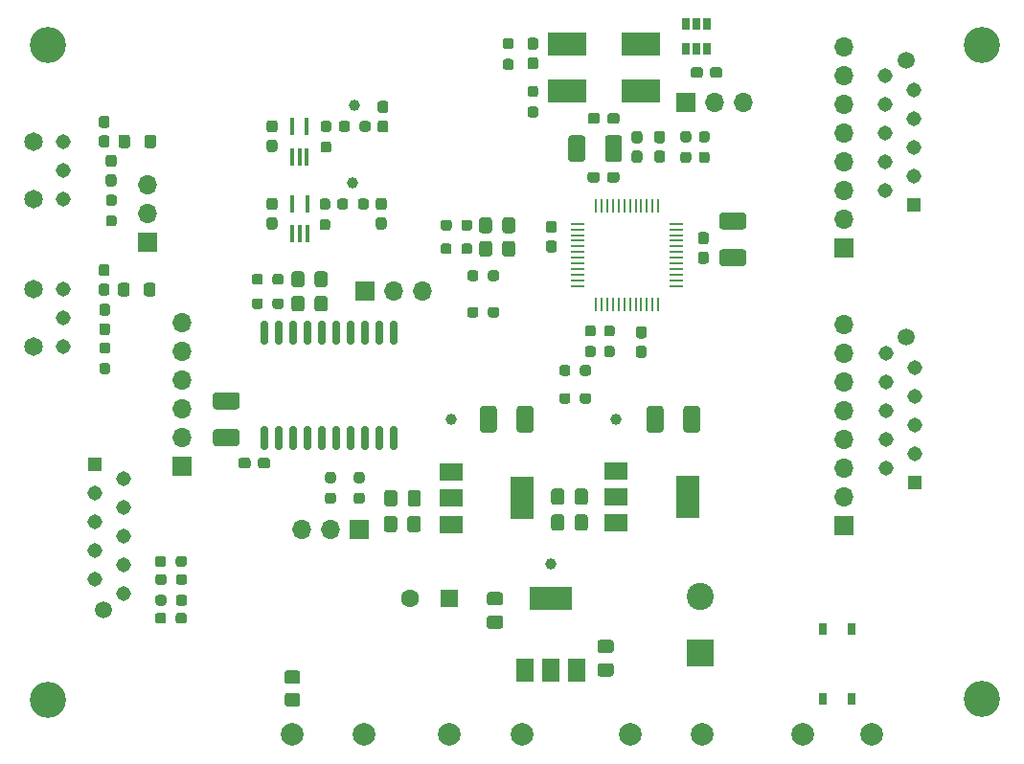
<source format=gbr>
G04 #@! TF.GenerationSoftware,KiCad,Pcbnew,(5.1.9-0-10_14)*
G04 #@! TF.CreationDate,2021-04-11T13:29:02+02:00*
G04 #@! TF.ProjectId,dac,6461632e-6b69-4636-9164-5f7063625858,rev?*
G04 #@! TF.SameCoordinates,Original*
G04 #@! TF.FileFunction,Soldermask,Top*
G04 #@! TF.FilePolarity,Negative*
%FSLAX46Y46*%
G04 Gerber Fmt 4.6, Leading zero omitted, Abs format (unit mm)*
G04 Created by KiCad (PCBNEW (5.1.9-0-10_14)) date 2021-04-11 13:29:02*
%MOMM*%
%LPD*%
G01*
G04 APERTURE LIST*
%ADD10C,1.308000*%
%ADD11C,1.650000*%
%ADD12C,1.000000*%
%ADD13O,1.700000X1.700000*%
%ADD14R,1.700000X1.700000*%
%ADD15R,0.400000X1.500000*%
%ADD16R,0.650000X1.060000*%
%ADD17C,2.000000*%
%ADD18R,1.308000X1.308000*%
%ADD19C,1.500000*%
%ADD20R,2.000000X1.500000*%
%ADD21R,2.000000X3.800000*%
%ADD22R,1.500000X2.000000*%
%ADD23R,3.800000X2.000000*%
%ADD24R,3.500000X2.000000*%
%ADD25C,1.600000*%
%ADD26R,1.600000X1.600000*%
%ADD27C,3.200000*%
%ADD28R,0.800000X1.000000*%
%ADD29C,2.400000*%
%ADD30R,2.400000X2.400000*%
%ADD31R,1.300000X0.250000*%
%ADD32R,0.250000X1.300000*%
G04 APERTURE END LIST*
D10*
X115025000Y-83185000D03*
X115025000Y-85725000D03*
X115025000Y-88265000D03*
D11*
X112395000Y-88265000D03*
X112395000Y-83185000D03*
D10*
X115025000Y-70104000D03*
X115025000Y-72644000D03*
X115025000Y-75184000D03*
D11*
X112395000Y-75184000D03*
X112395000Y-70104000D03*
G36*
G01*
X122120200Y-83560401D02*
X122120200Y-82860399D01*
G75*
G02*
X122370199Y-82610400I249999J0D01*
G01*
X122920201Y-82610400D01*
G75*
G02*
X123170200Y-82860399I0J-249999D01*
G01*
X123170200Y-83560401D01*
G75*
G02*
X122920201Y-83810400I-249999J0D01*
G01*
X122370199Y-83810400D01*
G75*
G02*
X122120200Y-83560401I0J249999D01*
G01*
G37*
G36*
G01*
X119820200Y-83560401D02*
X119820200Y-82860399D01*
G75*
G02*
X120070199Y-82610400I249999J0D01*
G01*
X120620201Y-82610400D01*
G75*
G02*
X120870200Y-82860399I0J-249999D01*
G01*
X120870200Y-83560401D01*
G75*
G02*
X120620201Y-83810400I-249999J0D01*
G01*
X120070199Y-83810400D01*
G75*
G02*
X119820200Y-83560401I0J249999D01*
G01*
G37*
G36*
G01*
X122171000Y-70454001D02*
X122171000Y-69753999D01*
G75*
G02*
X122420999Y-69504000I249999J0D01*
G01*
X122971001Y-69504000D01*
G75*
G02*
X123221000Y-69753999I0J-249999D01*
G01*
X123221000Y-70454001D01*
G75*
G02*
X122971001Y-70704000I-249999J0D01*
G01*
X122420999Y-70704000D01*
G75*
G02*
X122171000Y-70454001I0J249999D01*
G01*
G37*
G36*
G01*
X119871000Y-70454001D02*
X119871000Y-69753999D01*
G75*
G02*
X120120999Y-69504000I249999J0D01*
G01*
X120671001Y-69504000D01*
G75*
G02*
X120921000Y-69753999I0J-249999D01*
G01*
X120921000Y-70454001D01*
G75*
G02*
X120671001Y-70704000I-249999J0D01*
G01*
X120120999Y-70704000D01*
G75*
G02*
X119871000Y-70454001I0J249999D01*
G01*
G37*
G36*
G01*
X118431300Y-86178100D02*
X118906300Y-86178100D01*
G75*
G02*
X119143800Y-86415600I0J-237500D01*
G01*
X119143800Y-87015600D01*
G75*
G02*
X118906300Y-87253100I-237500J0D01*
G01*
X118431300Y-87253100D01*
G75*
G02*
X118193800Y-87015600I0J237500D01*
G01*
X118193800Y-86415600D01*
G75*
G02*
X118431300Y-86178100I237500J0D01*
G01*
G37*
G36*
G01*
X118431300Y-84453100D02*
X118906300Y-84453100D01*
G75*
G02*
X119143800Y-84690600I0J-237500D01*
G01*
X119143800Y-85290600D01*
G75*
G02*
X118906300Y-85528100I-237500J0D01*
G01*
X118431300Y-85528100D01*
G75*
G02*
X118193800Y-85290600I0J237500D01*
G01*
X118193800Y-84690600D01*
G75*
G02*
X118431300Y-84453100I237500J0D01*
G01*
G37*
G36*
G01*
X118990100Y-73018700D02*
X119465100Y-73018700D01*
G75*
G02*
X119702600Y-73256200I0J-237500D01*
G01*
X119702600Y-73856200D01*
G75*
G02*
X119465100Y-74093700I-237500J0D01*
G01*
X118990100Y-74093700D01*
G75*
G02*
X118752600Y-73856200I0J237500D01*
G01*
X118752600Y-73256200D01*
G75*
G02*
X118990100Y-73018700I237500J0D01*
G01*
G37*
G36*
G01*
X118990100Y-71293700D02*
X119465100Y-71293700D01*
G75*
G02*
X119702600Y-71531200I0J-237500D01*
G01*
X119702600Y-72131200D01*
G75*
G02*
X119465100Y-72368700I-237500J0D01*
G01*
X118990100Y-72368700D01*
G75*
G02*
X118752600Y-72131200I0J237500D01*
G01*
X118752600Y-71531200D01*
G75*
G02*
X118990100Y-71293700I237500J0D01*
G01*
G37*
D12*
X158115000Y-107505500D03*
G36*
G01*
X124122000Y-110443000D02*
X124122000Y-110918000D01*
G75*
G02*
X123884500Y-111155500I-237500J0D01*
G01*
X123384500Y-111155500D01*
G75*
G02*
X123147000Y-110918000I0J237500D01*
G01*
X123147000Y-110443000D01*
G75*
G02*
X123384500Y-110205500I237500J0D01*
G01*
X123884500Y-110205500D01*
G75*
G02*
X124122000Y-110443000I0J-237500D01*
G01*
G37*
G36*
G01*
X125947000Y-110443000D02*
X125947000Y-110918000D01*
G75*
G02*
X125709500Y-111155500I-237500J0D01*
G01*
X125209500Y-111155500D01*
G75*
G02*
X124972000Y-110918000I0J237500D01*
G01*
X124972000Y-110443000D01*
G75*
G02*
X125209500Y-110205500I237500J0D01*
G01*
X125709500Y-110205500D01*
G75*
G02*
X125947000Y-110443000I0J-237500D01*
G01*
G37*
G36*
G01*
X124948500Y-112505500D02*
X124948500Y-112030500D01*
G75*
G02*
X125186000Y-111793000I237500J0D01*
G01*
X125686000Y-111793000D01*
G75*
G02*
X125923500Y-112030500I0J-237500D01*
G01*
X125923500Y-112505500D01*
G75*
G02*
X125686000Y-112743000I-237500J0D01*
G01*
X125186000Y-112743000D01*
G75*
G02*
X124948500Y-112505500I0J237500D01*
G01*
G37*
G36*
G01*
X123123500Y-112505500D02*
X123123500Y-112030500D01*
G75*
G02*
X123361000Y-111793000I237500J0D01*
G01*
X123861000Y-111793000D01*
G75*
G02*
X124098500Y-112030500I0J-237500D01*
G01*
X124098500Y-112505500D01*
G75*
G02*
X123861000Y-112743000I-237500J0D01*
G01*
X123361000Y-112743000D01*
G75*
G02*
X123123500Y-112505500I0J237500D01*
G01*
G37*
G36*
G01*
X124098500Y-107014000D02*
X124098500Y-107489000D01*
G75*
G02*
X123861000Y-107726500I-237500J0D01*
G01*
X123361000Y-107726500D01*
G75*
G02*
X123123500Y-107489000I0J237500D01*
G01*
X123123500Y-107014000D01*
G75*
G02*
X123361000Y-106776500I237500J0D01*
G01*
X123861000Y-106776500D01*
G75*
G02*
X124098500Y-107014000I0J-237500D01*
G01*
G37*
G36*
G01*
X125923500Y-107014000D02*
X125923500Y-107489000D01*
G75*
G02*
X125686000Y-107726500I-237500J0D01*
G01*
X125186000Y-107726500D01*
G75*
G02*
X124948500Y-107489000I0J237500D01*
G01*
X124948500Y-107014000D01*
G75*
G02*
X125186000Y-106776500I237500J0D01*
G01*
X125686000Y-106776500D01*
G75*
G02*
X125923500Y-107014000I0J-237500D01*
G01*
G37*
G36*
G01*
X124972000Y-109076500D02*
X124972000Y-108601500D01*
G75*
G02*
X125209500Y-108364000I237500J0D01*
G01*
X125709500Y-108364000D01*
G75*
G02*
X125947000Y-108601500I0J-237500D01*
G01*
X125947000Y-109076500D01*
G75*
G02*
X125709500Y-109314000I-237500J0D01*
G01*
X125209500Y-109314000D01*
G75*
G02*
X124972000Y-109076500I0J237500D01*
G01*
G37*
G36*
G01*
X123147000Y-109076500D02*
X123147000Y-108601500D01*
G75*
G02*
X123384500Y-108364000I237500J0D01*
G01*
X123884500Y-108364000D01*
G75*
G02*
X124122000Y-108601500I0J-237500D01*
G01*
X124122000Y-109076500D01*
G75*
G02*
X123884500Y-109314000I-237500J0D01*
G01*
X123384500Y-109314000D01*
G75*
G02*
X123147000Y-109076500I0J237500D01*
G01*
G37*
G36*
G01*
X138383000Y-101176000D02*
X138858000Y-101176000D01*
G75*
G02*
X139095500Y-101413500I0J-237500D01*
G01*
X139095500Y-101913500D01*
G75*
G02*
X138858000Y-102151000I-237500J0D01*
G01*
X138383000Y-102151000D01*
G75*
G02*
X138145500Y-101913500I0J237500D01*
G01*
X138145500Y-101413500D01*
G75*
G02*
X138383000Y-101176000I237500J0D01*
G01*
G37*
G36*
G01*
X138383000Y-99351000D02*
X138858000Y-99351000D01*
G75*
G02*
X139095500Y-99588500I0J-237500D01*
G01*
X139095500Y-100088500D01*
G75*
G02*
X138858000Y-100326000I-237500J0D01*
G01*
X138383000Y-100326000D01*
G75*
G02*
X138145500Y-100088500I0J237500D01*
G01*
X138145500Y-99588500D01*
G75*
G02*
X138383000Y-99351000I237500J0D01*
G01*
G37*
G36*
G01*
X140923000Y-101176000D02*
X141398000Y-101176000D01*
G75*
G02*
X141635500Y-101413500I0J-237500D01*
G01*
X141635500Y-101913500D01*
G75*
G02*
X141398000Y-102151000I-237500J0D01*
G01*
X140923000Y-102151000D01*
G75*
G02*
X140685500Y-101913500I0J237500D01*
G01*
X140685500Y-101413500D01*
G75*
G02*
X140923000Y-101176000I237500J0D01*
G01*
G37*
G36*
G01*
X140923000Y-99351000D02*
X141398000Y-99351000D01*
G75*
G02*
X141635500Y-99588500I0J-237500D01*
G01*
X141635500Y-100088500D01*
G75*
G02*
X141398000Y-100326000I-237500J0D01*
G01*
X140923000Y-100326000D01*
G75*
G02*
X140685500Y-100088500I0J237500D01*
G01*
X140685500Y-99588500D01*
G75*
G02*
X140923000Y-99351000I237500J0D01*
G01*
G37*
D13*
X136080500Y-104394000D03*
X138620500Y-104394000D03*
D14*
X141160500Y-104394000D03*
G36*
G01*
X133497500Y-84692500D02*
X133497500Y-84217500D01*
G75*
G02*
X133735000Y-83980000I237500J0D01*
G01*
X134235000Y-83980000D01*
G75*
G02*
X134472500Y-84217500I0J-237500D01*
G01*
X134472500Y-84692500D01*
G75*
G02*
X134235000Y-84930000I-237500J0D01*
G01*
X133735000Y-84930000D01*
G75*
G02*
X133497500Y-84692500I0J237500D01*
G01*
G37*
G36*
G01*
X131672500Y-84692500D02*
X131672500Y-84217500D01*
G75*
G02*
X131910000Y-83980000I237500J0D01*
G01*
X132410000Y-83980000D01*
G75*
G02*
X132647500Y-84217500I0J-237500D01*
G01*
X132647500Y-84692500D01*
G75*
G02*
X132410000Y-84930000I-237500J0D01*
G01*
X131910000Y-84930000D01*
G75*
G02*
X131672500Y-84692500I0J237500D01*
G01*
G37*
G36*
G01*
X133497500Y-82533500D02*
X133497500Y-82058500D01*
G75*
G02*
X133735000Y-81821000I237500J0D01*
G01*
X134235000Y-81821000D01*
G75*
G02*
X134472500Y-82058500I0J-237500D01*
G01*
X134472500Y-82533500D01*
G75*
G02*
X134235000Y-82771000I-237500J0D01*
G01*
X133735000Y-82771000D01*
G75*
G02*
X133497500Y-82533500I0J237500D01*
G01*
G37*
G36*
G01*
X131672500Y-82533500D02*
X131672500Y-82058500D01*
G75*
G02*
X131910000Y-81821000I237500J0D01*
G01*
X132410000Y-81821000D01*
G75*
G02*
X132647500Y-82058500I0J-237500D01*
G01*
X132647500Y-82533500D01*
G75*
G02*
X132410000Y-82771000I-237500J0D01*
G01*
X131910000Y-82771000D01*
G75*
G02*
X131672500Y-82533500I0J237500D01*
G01*
G37*
G36*
G01*
X136320000Y-84004999D02*
X136320000Y-84905001D01*
G75*
G02*
X136070001Y-85155000I-249999J0D01*
G01*
X135419999Y-85155000D01*
G75*
G02*
X135170000Y-84905001I0J249999D01*
G01*
X135170000Y-84004999D01*
G75*
G02*
X135419999Y-83755000I249999J0D01*
G01*
X136070001Y-83755000D01*
G75*
G02*
X136320000Y-84004999I0J-249999D01*
G01*
G37*
G36*
G01*
X138370000Y-84004999D02*
X138370000Y-84905001D01*
G75*
G02*
X138120001Y-85155000I-249999J0D01*
G01*
X137469999Y-85155000D01*
G75*
G02*
X137220000Y-84905001I0J249999D01*
G01*
X137220000Y-84004999D01*
G75*
G02*
X137469999Y-83755000I249999J0D01*
G01*
X138120001Y-83755000D01*
G75*
G02*
X138370000Y-84004999I0J-249999D01*
G01*
G37*
G36*
G01*
X136320000Y-81845999D02*
X136320000Y-82746001D01*
G75*
G02*
X136070001Y-82996000I-249999J0D01*
G01*
X135419999Y-82996000D01*
G75*
G02*
X135170000Y-82746001I0J249999D01*
G01*
X135170000Y-81845999D01*
G75*
G02*
X135419999Y-81596000I249999J0D01*
G01*
X136070001Y-81596000D01*
G75*
G02*
X136320000Y-81845999I0J-249999D01*
G01*
G37*
G36*
G01*
X138370000Y-81845999D02*
X138370000Y-82746001D01*
G75*
G02*
X138120001Y-82996000I-249999J0D01*
G01*
X137469999Y-82996000D01*
G75*
G02*
X137220000Y-82746001I0J249999D01*
G01*
X137220000Y-81845999D01*
G75*
G02*
X137469999Y-81596000I249999J0D01*
G01*
X138120001Y-81596000D01*
G75*
G02*
X138370000Y-81845999I0J-249999D01*
G01*
G37*
G36*
G01*
X119490500Y-75798500D02*
X119015500Y-75798500D01*
G75*
G02*
X118778000Y-75561000I0J237500D01*
G01*
X118778000Y-75061000D01*
G75*
G02*
X119015500Y-74823500I237500J0D01*
G01*
X119490500Y-74823500D01*
G75*
G02*
X119728000Y-75061000I0J-237500D01*
G01*
X119728000Y-75561000D01*
G75*
G02*
X119490500Y-75798500I-237500J0D01*
G01*
G37*
G36*
G01*
X119490500Y-77623500D02*
X119015500Y-77623500D01*
G75*
G02*
X118778000Y-77386000I0J237500D01*
G01*
X118778000Y-76886000D01*
G75*
G02*
X119015500Y-76648500I237500J0D01*
G01*
X119490500Y-76648500D01*
G75*
G02*
X119728000Y-76886000I0J-237500D01*
G01*
X119728000Y-77386000D01*
G75*
G02*
X119490500Y-77623500I-237500J0D01*
G01*
G37*
G36*
G01*
X118444000Y-89706000D02*
X118919000Y-89706000D01*
G75*
G02*
X119156500Y-89943500I0J-237500D01*
G01*
X119156500Y-90443500D01*
G75*
G02*
X118919000Y-90681000I-237500J0D01*
G01*
X118444000Y-90681000D01*
G75*
G02*
X118206500Y-90443500I0J237500D01*
G01*
X118206500Y-89943500D01*
G75*
G02*
X118444000Y-89706000I237500J0D01*
G01*
G37*
G36*
G01*
X118444000Y-87881000D02*
X118919000Y-87881000D01*
G75*
G02*
X119156500Y-88118500I0J-237500D01*
G01*
X119156500Y-88618500D01*
G75*
G02*
X118919000Y-88856000I-237500J0D01*
G01*
X118444000Y-88856000D01*
G75*
G02*
X118206500Y-88618500I0J237500D01*
G01*
X118206500Y-88118500D01*
G75*
G02*
X118444000Y-87881000I237500J0D01*
G01*
G37*
G36*
G01*
X163089300Y-68309500D02*
X163089300Y-67834500D01*
G75*
G02*
X163326800Y-67597000I237500J0D01*
G01*
X163926800Y-67597000D01*
G75*
G02*
X164164300Y-67834500I0J-237500D01*
G01*
X164164300Y-68309500D01*
G75*
G02*
X163926800Y-68547000I-237500J0D01*
G01*
X163326800Y-68547000D01*
G75*
G02*
X163089300Y-68309500I0J237500D01*
G01*
G37*
G36*
G01*
X161364300Y-68309500D02*
X161364300Y-67834500D01*
G75*
G02*
X161601800Y-67597000I237500J0D01*
G01*
X162201800Y-67597000D01*
G75*
G02*
X162439300Y-67834500I0J-237500D01*
G01*
X162439300Y-68309500D01*
G75*
G02*
X162201800Y-68547000I-237500J0D01*
G01*
X161601800Y-68547000D01*
G75*
G02*
X161364300Y-68309500I0J237500D01*
G01*
G37*
D15*
X135255000Y-75635500D03*
X136555000Y-75635500D03*
X136555000Y-78295500D03*
X135905000Y-78295500D03*
X135255000Y-78295500D03*
X135240000Y-68790200D03*
X136540000Y-68790200D03*
X136540000Y-71450200D03*
X135890000Y-71450200D03*
X135240000Y-71450200D03*
G36*
G01*
X140339900Y-68545700D02*
X140339900Y-69020700D01*
G75*
G02*
X140102400Y-69258200I-237500J0D01*
G01*
X139602400Y-69258200D01*
G75*
G02*
X139364900Y-69020700I0J237500D01*
G01*
X139364900Y-68545700D01*
G75*
G02*
X139602400Y-68308200I237500J0D01*
G01*
X140102400Y-68308200D01*
G75*
G02*
X140339900Y-68545700I0J-237500D01*
G01*
G37*
G36*
G01*
X142164900Y-68545700D02*
X142164900Y-69020700D01*
G75*
G02*
X141927400Y-69258200I-237500J0D01*
G01*
X141427400Y-69258200D01*
G75*
G02*
X141189900Y-69020700I0J237500D01*
G01*
X141189900Y-68545700D01*
G75*
G02*
X141427400Y-68308200I237500J0D01*
G01*
X141927400Y-68308200D01*
G75*
G02*
X142164900Y-68545700I0J-237500D01*
G01*
G37*
G36*
G01*
X138362700Y-76132500D02*
X137887700Y-76132500D01*
G75*
G02*
X137650200Y-75895000I0J237500D01*
G01*
X137650200Y-75395000D01*
G75*
G02*
X137887700Y-75157500I237500J0D01*
G01*
X138362700Y-75157500D01*
G75*
G02*
X138600200Y-75395000I0J-237500D01*
G01*
X138600200Y-75895000D01*
G75*
G02*
X138362700Y-76132500I-237500J0D01*
G01*
G37*
G36*
G01*
X138362700Y-77957500D02*
X137887700Y-77957500D01*
G75*
G02*
X137650200Y-77720000I0J237500D01*
G01*
X137650200Y-77220000D01*
G75*
G02*
X137887700Y-76982500I237500J0D01*
G01*
X138362700Y-76982500D01*
G75*
G02*
X138600200Y-77220000I0J-237500D01*
G01*
X138600200Y-77720000D01*
G75*
G02*
X138362700Y-77957500I-237500J0D01*
G01*
G37*
G36*
G01*
X138464300Y-69270700D02*
X137989300Y-69270700D01*
G75*
G02*
X137751800Y-69033200I0J237500D01*
G01*
X137751800Y-68533200D01*
G75*
G02*
X137989300Y-68295700I237500J0D01*
G01*
X138464300Y-68295700D01*
G75*
G02*
X138701800Y-68533200I0J-237500D01*
G01*
X138701800Y-69033200D01*
G75*
G02*
X138464300Y-69270700I-237500J0D01*
G01*
G37*
G36*
G01*
X138464300Y-71095700D02*
X137989300Y-71095700D01*
G75*
G02*
X137751800Y-70858200I0J237500D01*
G01*
X137751800Y-70358200D01*
G75*
G02*
X137989300Y-70120700I237500J0D01*
G01*
X138464300Y-70120700D01*
G75*
G02*
X138701800Y-70358200I0J-237500D01*
G01*
X138701800Y-70858200D01*
G75*
G02*
X138464300Y-71095700I-237500J0D01*
G01*
G37*
G36*
G01*
X143341100Y-76178700D02*
X142866100Y-76178700D01*
G75*
G02*
X142628600Y-75941200I0J237500D01*
G01*
X142628600Y-75341200D01*
G75*
G02*
X142866100Y-75103700I237500J0D01*
G01*
X143341100Y-75103700D01*
G75*
G02*
X143578600Y-75341200I0J-237500D01*
G01*
X143578600Y-75941200D01*
G75*
G02*
X143341100Y-76178700I-237500J0D01*
G01*
G37*
G36*
G01*
X143341100Y-77903700D02*
X142866100Y-77903700D01*
G75*
G02*
X142628600Y-77666200I0J237500D01*
G01*
X142628600Y-77066200D01*
G75*
G02*
X142866100Y-76828700I237500J0D01*
G01*
X143341100Y-76828700D01*
G75*
G02*
X143578600Y-77066200I0J-237500D01*
G01*
X143578600Y-77666200D01*
G75*
G02*
X143341100Y-77903700I-237500J0D01*
G01*
G37*
G36*
G01*
X143018500Y-68245700D02*
X143493500Y-68245700D01*
G75*
G02*
X143731000Y-68483200I0J-237500D01*
G01*
X143731000Y-69083200D01*
G75*
G02*
X143493500Y-69320700I-237500J0D01*
G01*
X143018500Y-69320700D01*
G75*
G02*
X142781000Y-69083200I0J237500D01*
G01*
X142781000Y-68483200D01*
G75*
G02*
X143018500Y-68245700I237500J0D01*
G01*
G37*
G36*
G01*
X143018500Y-66520700D02*
X143493500Y-66520700D01*
G75*
G02*
X143731000Y-66758200I0J-237500D01*
G01*
X143731000Y-67358200D01*
G75*
G02*
X143493500Y-67595700I-237500J0D01*
G01*
X143018500Y-67595700D01*
G75*
G02*
X142781000Y-67358200I0J237500D01*
G01*
X142781000Y-66758200D01*
G75*
G02*
X143018500Y-66520700I237500J0D01*
G01*
G37*
G36*
G01*
X133214100Y-76828700D02*
X133689100Y-76828700D01*
G75*
G02*
X133926600Y-77066200I0J-237500D01*
G01*
X133926600Y-77666200D01*
G75*
G02*
X133689100Y-77903700I-237500J0D01*
G01*
X133214100Y-77903700D01*
G75*
G02*
X132976600Y-77666200I0J237500D01*
G01*
X132976600Y-77066200D01*
G75*
G02*
X133214100Y-76828700I237500J0D01*
G01*
G37*
G36*
G01*
X133214100Y-75103700D02*
X133689100Y-75103700D01*
G75*
G02*
X133926600Y-75341200I0J-237500D01*
G01*
X133926600Y-75941200D01*
G75*
G02*
X133689100Y-76178700I-237500J0D01*
G01*
X133214100Y-76178700D01*
G75*
G02*
X132976600Y-75941200I0J237500D01*
G01*
X132976600Y-75341200D01*
G75*
G02*
X133214100Y-75103700I237500J0D01*
G01*
G37*
G36*
G01*
X133214100Y-69970700D02*
X133689100Y-69970700D01*
G75*
G02*
X133926600Y-70208200I0J-237500D01*
G01*
X133926600Y-70808200D01*
G75*
G02*
X133689100Y-71045700I-237500J0D01*
G01*
X133214100Y-71045700D01*
G75*
G02*
X132976600Y-70808200I0J237500D01*
G01*
X132976600Y-70208200D01*
G75*
G02*
X133214100Y-69970700I237500J0D01*
G01*
G37*
G36*
G01*
X133214100Y-68245700D02*
X133689100Y-68245700D01*
G75*
G02*
X133926600Y-68483200I0J-237500D01*
G01*
X133926600Y-69083200D01*
G75*
G02*
X133689100Y-69320700I-237500J0D01*
G01*
X133214100Y-69320700D01*
G75*
G02*
X132976600Y-69083200I0J237500D01*
G01*
X132976600Y-68483200D01*
G75*
G02*
X133214100Y-68245700I237500J0D01*
G01*
G37*
D16*
X170977600Y-61925200D03*
X171927600Y-61925200D03*
X170027600Y-61925200D03*
X170027600Y-59725200D03*
X170977600Y-59725200D03*
X171927600Y-59725200D03*
G36*
G01*
X171530300Y-63770500D02*
X171530300Y-64245500D01*
G75*
G02*
X171292800Y-64483000I-237500J0D01*
G01*
X170692800Y-64483000D01*
G75*
G02*
X170455300Y-64245500I0J237500D01*
G01*
X170455300Y-63770500D01*
G75*
G02*
X170692800Y-63533000I237500J0D01*
G01*
X171292800Y-63533000D01*
G75*
G02*
X171530300Y-63770500I0J-237500D01*
G01*
G37*
G36*
G01*
X173255300Y-63770500D02*
X173255300Y-64245500D01*
G75*
G02*
X173017800Y-64483000I-237500J0D01*
G01*
X172417800Y-64483000D01*
G75*
G02*
X172180300Y-64245500I0J237500D01*
G01*
X172180300Y-63770500D01*
G75*
G02*
X172417800Y-63533000I237500J0D01*
G01*
X173017800Y-63533000D01*
G75*
G02*
X173255300Y-63770500I0J-237500D01*
G01*
G37*
G36*
G01*
X156752300Y-66171900D02*
X156277300Y-66171900D01*
G75*
G02*
X156039800Y-65934400I0J237500D01*
G01*
X156039800Y-65434400D01*
G75*
G02*
X156277300Y-65196900I237500J0D01*
G01*
X156752300Y-65196900D01*
G75*
G02*
X156989800Y-65434400I0J-237500D01*
G01*
X156989800Y-65934400D01*
G75*
G02*
X156752300Y-66171900I-237500J0D01*
G01*
G37*
G36*
G01*
X156752300Y-67996900D02*
X156277300Y-67996900D01*
G75*
G02*
X156039800Y-67759400I0J237500D01*
G01*
X156039800Y-67259400D01*
G75*
G02*
X156277300Y-67021900I237500J0D01*
G01*
X156752300Y-67021900D01*
G75*
G02*
X156989800Y-67259400I0J-237500D01*
G01*
X156989800Y-67759400D01*
G75*
G02*
X156752300Y-67996900I-237500J0D01*
G01*
G37*
G36*
G01*
X154567900Y-61955500D02*
X154092900Y-61955500D01*
G75*
G02*
X153855400Y-61718000I0J237500D01*
G01*
X153855400Y-61218000D01*
G75*
G02*
X154092900Y-60980500I237500J0D01*
G01*
X154567900Y-60980500D01*
G75*
G02*
X154805400Y-61218000I0J-237500D01*
G01*
X154805400Y-61718000D01*
G75*
G02*
X154567900Y-61955500I-237500J0D01*
G01*
G37*
G36*
G01*
X154567900Y-63780500D02*
X154092900Y-63780500D01*
G75*
G02*
X153855400Y-63543000I0J237500D01*
G01*
X153855400Y-63043000D01*
G75*
G02*
X154092900Y-62805500I237500J0D01*
G01*
X154567900Y-62805500D01*
G75*
G02*
X154805400Y-63043000I0J-237500D01*
G01*
X154805400Y-63543000D01*
G75*
G02*
X154567900Y-63780500I-237500J0D01*
G01*
G37*
G36*
G01*
X170265100Y-70188900D02*
X169790100Y-70188900D01*
G75*
G02*
X169552600Y-69951400I0J237500D01*
G01*
X169552600Y-69451400D01*
G75*
G02*
X169790100Y-69213900I237500J0D01*
G01*
X170265100Y-69213900D01*
G75*
G02*
X170502600Y-69451400I0J-237500D01*
G01*
X170502600Y-69951400D01*
G75*
G02*
X170265100Y-70188900I-237500J0D01*
G01*
G37*
G36*
G01*
X170265100Y-72013900D02*
X169790100Y-72013900D01*
G75*
G02*
X169552600Y-71776400I0J237500D01*
G01*
X169552600Y-71276400D01*
G75*
G02*
X169790100Y-71038900I237500J0D01*
G01*
X170265100Y-71038900D01*
G75*
G02*
X170502600Y-71276400I0J-237500D01*
G01*
X170502600Y-71776400D01*
G75*
G02*
X170265100Y-72013900I-237500J0D01*
G01*
G37*
G36*
G01*
X171890700Y-70188900D02*
X171415700Y-70188900D01*
G75*
G02*
X171178200Y-69951400I0J237500D01*
G01*
X171178200Y-69451400D01*
G75*
G02*
X171415700Y-69213900I237500J0D01*
G01*
X171890700Y-69213900D01*
G75*
G02*
X172128200Y-69451400I0J-237500D01*
G01*
X172128200Y-69951400D01*
G75*
G02*
X171890700Y-70188900I-237500J0D01*
G01*
G37*
G36*
G01*
X171890700Y-72013900D02*
X171415700Y-72013900D01*
G75*
G02*
X171178200Y-71776400I0J237500D01*
G01*
X171178200Y-71276400D01*
G75*
G02*
X171415700Y-71038900I237500J0D01*
G01*
X171890700Y-71038900D01*
G75*
G02*
X172128200Y-71276400I0J-237500D01*
G01*
X172128200Y-71776400D01*
G75*
G02*
X171890700Y-72013900I-237500J0D01*
G01*
G37*
G36*
G01*
X161357300Y-88205500D02*
X161832300Y-88205500D01*
G75*
G02*
X162069800Y-88443000I0J-237500D01*
G01*
X162069800Y-88943000D01*
G75*
G02*
X161832300Y-89180500I-237500J0D01*
G01*
X161357300Y-89180500D01*
G75*
G02*
X161119800Y-88943000I0J237500D01*
G01*
X161119800Y-88443000D01*
G75*
G02*
X161357300Y-88205500I237500J0D01*
G01*
G37*
G36*
G01*
X161357300Y-86380500D02*
X161832300Y-86380500D01*
G75*
G02*
X162069800Y-86618000I0J-237500D01*
G01*
X162069800Y-87118000D01*
G75*
G02*
X161832300Y-87355500I-237500J0D01*
G01*
X161357300Y-87355500D01*
G75*
G02*
X161119800Y-87118000I0J237500D01*
G01*
X161119800Y-86618000D01*
G75*
G02*
X161357300Y-86380500I237500J0D01*
G01*
G37*
G36*
G01*
X163033700Y-88205500D02*
X163508700Y-88205500D01*
G75*
G02*
X163746200Y-88443000I0J-237500D01*
G01*
X163746200Y-88943000D01*
G75*
G02*
X163508700Y-89180500I-237500J0D01*
G01*
X163033700Y-89180500D01*
G75*
G02*
X162796200Y-88943000I0J237500D01*
G01*
X162796200Y-88443000D01*
G75*
G02*
X163033700Y-88205500I237500J0D01*
G01*
G37*
G36*
G01*
X163033700Y-86380500D02*
X163508700Y-86380500D01*
G75*
G02*
X163746200Y-86618000I0J-237500D01*
G01*
X163746200Y-87118000D01*
G75*
G02*
X163508700Y-87355500I-237500J0D01*
G01*
X163033700Y-87355500D01*
G75*
G02*
X162796200Y-87118000I0J237500D01*
G01*
X162796200Y-86618000D01*
G75*
G02*
X163033700Y-86380500I237500J0D01*
G01*
G37*
G36*
G01*
X151693700Y-81741000D02*
X151693700Y-82216000D01*
G75*
G02*
X151456200Y-82453500I-237500J0D01*
G01*
X150956200Y-82453500D01*
G75*
G02*
X150718700Y-82216000I0J237500D01*
G01*
X150718700Y-81741000D01*
G75*
G02*
X150956200Y-81503500I237500J0D01*
G01*
X151456200Y-81503500D01*
G75*
G02*
X151693700Y-81741000I0J-237500D01*
G01*
G37*
G36*
G01*
X153518700Y-81741000D02*
X153518700Y-82216000D01*
G75*
G02*
X153281200Y-82453500I-237500J0D01*
G01*
X152781200Y-82453500D01*
G75*
G02*
X152543700Y-82216000I0J237500D01*
G01*
X152543700Y-81741000D01*
G75*
G02*
X152781200Y-81503500I237500J0D01*
G01*
X153281200Y-81503500D01*
G75*
G02*
X153518700Y-81741000I0J-237500D01*
G01*
G37*
G36*
G01*
X151693700Y-84979500D02*
X151693700Y-85454500D01*
G75*
G02*
X151456200Y-85692000I-237500J0D01*
G01*
X150956200Y-85692000D01*
G75*
G02*
X150718700Y-85454500I0J237500D01*
G01*
X150718700Y-84979500D01*
G75*
G02*
X150956200Y-84742000I237500J0D01*
G01*
X151456200Y-84742000D01*
G75*
G02*
X151693700Y-84979500I0J-237500D01*
G01*
G37*
G36*
G01*
X153518700Y-84979500D02*
X153518700Y-85454500D01*
G75*
G02*
X153281200Y-85692000I-237500J0D01*
G01*
X152781200Y-85692000D01*
G75*
G02*
X152543700Y-85454500I0J237500D01*
G01*
X152543700Y-84979500D01*
G75*
G02*
X152781200Y-84742000I237500J0D01*
G01*
X153281200Y-84742000D01*
G75*
G02*
X153518700Y-84979500I0J-237500D01*
G01*
G37*
G36*
G01*
X140187500Y-75403700D02*
X140187500Y-75878700D01*
G75*
G02*
X139950000Y-76116200I-237500J0D01*
G01*
X139450000Y-76116200D01*
G75*
G02*
X139212500Y-75878700I0J237500D01*
G01*
X139212500Y-75403700D01*
G75*
G02*
X139450000Y-75166200I237500J0D01*
G01*
X139950000Y-75166200D01*
G75*
G02*
X140187500Y-75403700I0J-237500D01*
G01*
G37*
G36*
G01*
X142012500Y-75403700D02*
X142012500Y-75878700D01*
G75*
G02*
X141775000Y-76116200I-237500J0D01*
G01*
X141275000Y-76116200D01*
G75*
G02*
X141037500Y-75878700I0J237500D01*
G01*
X141037500Y-75403700D01*
G75*
G02*
X141275000Y-75166200I237500J0D01*
G01*
X141775000Y-75166200D01*
G75*
G02*
X142012500Y-75403700I0J-237500D01*
G01*
G37*
G36*
G01*
X150185300Y-77758300D02*
X150185300Y-77283300D01*
G75*
G02*
X150422800Y-77045800I237500J0D01*
G01*
X150922800Y-77045800D01*
G75*
G02*
X151160300Y-77283300I0J-237500D01*
G01*
X151160300Y-77758300D01*
G75*
G02*
X150922800Y-77995800I-237500J0D01*
G01*
X150422800Y-77995800D01*
G75*
G02*
X150185300Y-77758300I0J237500D01*
G01*
G37*
G36*
G01*
X148360300Y-77758300D02*
X148360300Y-77283300D01*
G75*
G02*
X148597800Y-77045800I237500J0D01*
G01*
X149097800Y-77045800D01*
G75*
G02*
X149335300Y-77283300I0J-237500D01*
G01*
X149335300Y-77758300D01*
G75*
G02*
X149097800Y-77995800I-237500J0D01*
G01*
X148597800Y-77995800D01*
G75*
G02*
X148360300Y-77758300I0J237500D01*
G01*
G37*
G36*
G01*
X150181500Y-79841100D02*
X150181500Y-79366100D01*
G75*
G02*
X150419000Y-79128600I237500J0D01*
G01*
X150919000Y-79128600D01*
G75*
G02*
X151156500Y-79366100I0J-237500D01*
G01*
X151156500Y-79841100D01*
G75*
G02*
X150919000Y-80078600I-237500J0D01*
G01*
X150419000Y-80078600D01*
G75*
G02*
X150181500Y-79841100I0J237500D01*
G01*
G37*
G36*
G01*
X148356500Y-79841100D02*
X148356500Y-79366100D01*
G75*
G02*
X148594000Y-79128600I237500J0D01*
G01*
X149094000Y-79128600D01*
G75*
G02*
X149331500Y-79366100I0J-237500D01*
G01*
X149331500Y-79841100D01*
G75*
G02*
X149094000Y-80078600I-237500J0D01*
G01*
X148594000Y-80078600D01*
G75*
G02*
X148356500Y-79841100I0J237500D01*
G01*
G37*
D17*
X171450000Y-122555000D03*
X165100000Y-122555000D03*
G36*
G01*
X159825500Y-92599500D02*
X159825500Y-93074500D01*
G75*
G02*
X159588000Y-93312000I-237500J0D01*
G01*
X159088000Y-93312000D01*
G75*
G02*
X158850500Y-93074500I0J237500D01*
G01*
X158850500Y-92599500D01*
G75*
G02*
X159088000Y-92362000I237500J0D01*
G01*
X159588000Y-92362000D01*
G75*
G02*
X159825500Y-92599500I0J-237500D01*
G01*
G37*
G36*
G01*
X161650500Y-92599500D02*
X161650500Y-93074500D01*
G75*
G02*
X161413000Y-93312000I-237500J0D01*
G01*
X160913000Y-93312000D01*
G75*
G02*
X160675500Y-93074500I0J237500D01*
G01*
X160675500Y-92599500D01*
G75*
G02*
X160913000Y-92362000I237500J0D01*
G01*
X161413000Y-92362000D01*
G75*
G02*
X161650500Y-92599500I0J-237500D01*
G01*
G37*
G36*
G01*
X159825500Y-90123000D02*
X159825500Y-90598000D01*
G75*
G02*
X159588000Y-90835500I-237500J0D01*
G01*
X159088000Y-90835500D01*
G75*
G02*
X158850500Y-90598000I0J237500D01*
G01*
X158850500Y-90123000D01*
G75*
G02*
X159088000Y-89885500I237500J0D01*
G01*
X159588000Y-89885500D01*
G75*
G02*
X159825500Y-90123000I0J-237500D01*
G01*
G37*
G36*
G01*
X161650500Y-90123000D02*
X161650500Y-90598000D01*
G75*
G02*
X161413000Y-90835500I-237500J0D01*
G01*
X160913000Y-90835500D01*
G75*
G02*
X160675500Y-90598000I0J237500D01*
G01*
X160675500Y-90123000D01*
G75*
G02*
X160913000Y-89885500I237500J0D01*
G01*
X161413000Y-89885500D01*
G75*
G02*
X161650500Y-90123000I0J-237500D01*
G01*
G37*
G36*
G01*
X166328100Y-87532500D02*
X165853100Y-87532500D01*
G75*
G02*
X165615600Y-87295000I0J237500D01*
G01*
X165615600Y-86695000D01*
G75*
G02*
X165853100Y-86457500I237500J0D01*
G01*
X166328100Y-86457500D01*
G75*
G02*
X166565600Y-86695000I0J-237500D01*
G01*
X166565600Y-87295000D01*
G75*
G02*
X166328100Y-87532500I-237500J0D01*
G01*
G37*
G36*
G01*
X166328100Y-89257500D02*
X165853100Y-89257500D01*
G75*
G02*
X165615600Y-89020000I0J237500D01*
G01*
X165615600Y-88420000D01*
G75*
G02*
X165853100Y-88182500I237500J0D01*
G01*
X166328100Y-88182500D01*
G75*
G02*
X166565600Y-88420000I0J-237500D01*
G01*
X166565600Y-89020000D01*
G75*
G02*
X166328100Y-89257500I-237500J0D01*
G01*
G37*
G36*
G01*
X157902900Y-78860700D02*
X158377900Y-78860700D01*
G75*
G02*
X158615400Y-79098200I0J-237500D01*
G01*
X158615400Y-79698200D01*
G75*
G02*
X158377900Y-79935700I-237500J0D01*
G01*
X157902900Y-79935700D01*
G75*
G02*
X157665400Y-79698200I0J237500D01*
G01*
X157665400Y-79098200D01*
G75*
G02*
X157902900Y-78860700I237500J0D01*
G01*
G37*
G36*
G01*
X157902900Y-77135700D02*
X158377900Y-77135700D01*
G75*
G02*
X158615400Y-77373200I0J-237500D01*
G01*
X158615400Y-77973200D01*
G75*
G02*
X158377900Y-78210700I-237500J0D01*
G01*
X157902900Y-78210700D01*
G75*
G02*
X157665400Y-77973200I0J237500D01*
G01*
X157665400Y-77373200D01*
G75*
G02*
X157902900Y-77135700I237500J0D01*
G01*
G37*
G36*
G01*
X163075500Y-73516500D02*
X163075500Y-73041500D01*
G75*
G02*
X163313000Y-72804000I237500J0D01*
G01*
X163913000Y-72804000D01*
G75*
G02*
X164150500Y-73041500I0J-237500D01*
G01*
X164150500Y-73516500D01*
G75*
G02*
X163913000Y-73754000I-237500J0D01*
G01*
X163313000Y-73754000D01*
G75*
G02*
X163075500Y-73516500I0J237500D01*
G01*
G37*
G36*
G01*
X161350500Y-73516500D02*
X161350500Y-73041500D01*
G75*
G02*
X161588000Y-72804000I237500J0D01*
G01*
X162188000Y-72804000D01*
G75*
G02*
X162425500Y-73041500I0J-237500D01*
G01*
X162425500Y-73516500D01*
G75*
G02*
X162188000Y-73754000I-237500J0D01*
G01*
X161588000Y-73754000D01*
G75*
G02*
X161350500Y-73516500I0J237500D01*
G01*
G37*
G36*
G01*
X171339500Y-79853500D02*
X171814500Y-79853500D01*
G75*
G02*
X172052000Y-80091000I0J-237500D01*
G01*
X172052000Y-80691000D01*
G75*
G02*
X171814500Y-80928500I-237500J0D01*
G01*
X171339500Y-80928500D01*
G75*
G02*
X171102000Y-80691000I0J237500D01*
G01*
X171102000Y-80091000D01*
G75*
G02*
X171339500Y-79853500I237500J0D01*
G01*
G37*
G36*
G01*
X171339500Y-78128500D02*
X171814500Y-78128500D01*
G75*
G02*
X172052000Y-78366000I0J-237500D01*
G01*
X172052000Y-78966000D01*
G75*
G02*
X171814500Y-79203500I-237500J0D01*
G01*
X171339500Y-79203500D01*
G75*
G02*
X171102000Y-78966000I0J237500D01*
G01*
X171102000Y-78366000D01*
G75*
G02*
X171339500Y-78128500I237500J0D01*
G01*
G37*
G36*
G01*
X156277300Y-62657700D02*
X156752300Y-62657700D01*
G75*
G02*
X156989800Y-62895200I0J-237500D01*
G01*
X156989800Y-63495200D01*
G75*
G02*
X156752300Y-63732700I-237500J0D01*
G01*
X156277300Y-63732700D01*
G75*
G02*
X156039800Y-63495200I0J237500D01*
G01*
X156039800Y-62895200D01*
G75*
G02*
X156277300Y-62657700I237500J0D01*
G01*
G37*
G36*
G01*
X156277300Y-60932700D02*
X156752300Y-60932700D01*
G75*
G02*
X156989800Y-61170200I0J-237500D01*
G01*
X156989800Y-61770200D01*
G75*
G02*
X156752300Y-62007700I-237500J0D01*
G01*
X156277300Y-62007700D01*
G75*
G02*
X156039800Y-61770200I0J237500D01*
G01*
X156039800Y-61170200D01*
G75*
G02*
X156277300Y-60932700I237500J0D01*
G01*
G37*
G36*
G01*
X132214500Y-98789500D02*
X132214500Y-98314500D01*
G75*
G02*
X132452000Y-98077000I237500J0D01*
G01*
X133052000Y-98077000D01*
G75*
G02*
X133289500Y-98314500I0J-237500D01*
G01*
X133289500Y-98789500D01*
G75*
G02*
X133052000Y-99027000I-237500J0D01*
G01*
X132452000Y-99027000D01*
G75*
G02*
X132214500Y-98789500I0J237500D01*
G01*
G37*
G36*
G01*
X130489500Y-98789500D02*
X130489500Y-98314500D01*
G75*
G02*
X130727000Y-98077000I237500J0D01*
G01*
X131327000Y-98077000D01*
G75*
G02*
X131564500Y-98314500I0J-237500D01*
G01*
X131564500Y-98789500D01*
G75*
G02*
X131327000Y-99027000I-237500J0D01*
G01*
X130727000Y-99027000D01*
G75*
G02*
X130489500Y-98789500I0J237500D01*
G01*
G37*
G36*
G01*
X118380500Y-82672900D02*
X118855500Y-82672900D01*
G75*
G02*
X119093000Y-82910400I0J-237500D01*
G01*
X119093000Y-83510400D01*
G75*
G02*
X118855500Y-83747900I-237500J0D01*
G01*
X118380500Y-83747900D01*
G75*
G02*
X118143000Y-83510400I0J237500D01*
G01*
X118143000Y-82910400D01*
G75*
G02*
X118380500Y-82672900I237500J0D01*
G01*
G37*
G36*
G01*
X118380500Y-80947900D02*
X118855500Y-80947900D01*
G75*
G02*
X119093000Y-81185400I0J-237500D01*
G01*
X119093000Y-81785400D01*
G75*
G02*
X118855500Y-82022900I-237500J0D01*
G01*
X118380500Y-82022900D01*
G75*
G02*
X118143000Y-81785400I0J237500D01*
G01*
X118143000Y-81185400D01*
G75*
G02*
X118380500Y-80947900I237500J0D01*
G01*
G37*
G36*
G01*
X118380500Y-69566500D02*
X118855500Y-69566500D01*
G75*
G02*
X119093000Y-69804000I0J-237500D01*
G01*
X119093000Y-70404000D01*
G75*
G02*
X118855500Y-70641500I-237500J0D01*
G01*
X118380500Y-70641500D01*
G75*
G02*
X118143000Y-70404000I0J237500D01*
G01*
X118143000Y-69804000D01*
G75*
G02*
X118380500Y-69566500I237500J0D01*
G01*
G37*
G36*
G01*
X118380500Y-67841500D02*
X118855500Y-67841500D01*
G75*
G02*
X119093000Y-68079000I0J-237500D01*
G01*
X119093000Y-68679000D01*
G75*
G02*
X118855500Y-68916500I-237500J0D01*
G01*
X118380500Y-68916500D01*
G75*
G02*
X118143000Y-68679000I0J237500D01*
G01*
X118143000Y-68079000D01*
G75*
G02*
X118380500Y-67841500I237500J0D01*
G01*
G37*
G36*
G01*
X167953700Y-70262700D02*
X167478700Y-70262700D01*
G75*
G02*
X167241200Y-70025200I0J237500D01*
G01*
X167241200Y-69425200D01*
G75*
G02*
X167478700Y-69187700I237500J0D01*
G01*
X167953700Y-69187700D01*
G75*
G02*
X168191200Y-69425200I0J-237500D01*
G01*
X168191200Y-70025200D01*
G75*
G02*
X167953700Y-70262700I-237500J0D01*
G01*
G37*
G36*
G01*
X167953700Y-71987700D02*
X167478700Y-71987700D01*
G75*
G02*
X167241200Y-71750200I0J237500D01*
G01*
X167241200Y-71150200D01*
G75*
G02*
X167478700Y-70912700I237500J0D01*
G01*
X167953700Y-70912700D01*
G75*
G02*
X168191200Y-71150200I0J-237500D01*
G01*
X168191200Y-71750200D01*
G75*
G02*
X167953700Y-71987700I-237500J0D01*
G01*
G37*
G36*
G01*
X165472100Y-70912700D02*
X165947100Y-70912700D01*
G75*
G02*
X166184600Y-71150200I0J-237500D01*
G01*
X166184600Y-71750200D01*
G75*
G02*
X165947100Y-71987700I-237500J0D01*
G01*
X165472100Y-71987700D01*
G75*
G02*
X165234600Y-71750200I0J237500D01*
G01*
X165234600Y-71150200D01*
G75*
G02*
X165472100Y-70912700I237500J0D01*
G01*
G37*
G36*
G01*
X165472100Y-69187700D02*
X165947100Y-69187700D01*
G75*
G02*
X166184600Y-69425200I0J-237500D01*
G01*
X166184600Y-70025200D01*
G75*
G02*
X165947100Y-70262700I-237500J0D01*
G01*
X165472100Y-70262700D01*
G75*
G02*
X165234600Y-70025200I0J237500D01*
G01*
X165234600Y-69425200D01*
G75*
G02*
X165472100Y-69187700I237500J0D01*
G01*
G37*
D12*
X140563600Y-73761600D03*
D18*
X190246000Y-100266500D03*
D10*
X187706000Y-98996500D03*
X190246000Y-97726500D03*
X187706000Y-96456500D03*
X190246000Y-95186500D03*
X187706000Y-93916500D03*
X190246000Y-92646500D03*
X187706000Y-91376500D03*
X190246000Y-90106500D03*
X187706000Y-88836500D03*
D19*
X189506000Y-87436500D03*
D13*
X184023000Y-86296500D03*
X184023000Y-88836500D03*
X184023000Y-91376500D03*
X184023000Y-93916500D03*
X184023000Y-96456500D03*
X184023000Y-98996500D03*
X184023000Y-101536500D03*
D14*
X184023000Y-104076500D03*
D13*
X175107600Y-66649600D03*
X172567600Y-66649600D03*
D14*
X170027600Y-66649600D03*
D13*
X122491500Y-73977500D03*
X122491500Y-76517500D03*
D14*
X122491500Y-79057500D03*
D13*
X184023000Y-61785500D03*
X184023000Y-64325500D03*
X184023000Y-66865500D03*
X184023000Y-69405500D03*
X184023000Y-71945500D03*
X184023000Y-74485500D03*
X184023000Y-77025500D03*
D14*
X184023000Y-79565500D03*
D13*
X146748500Y-83375500D03*
X144208500Y-83375500D03*
D14*
X141668500Y-83375500D03*
D18*
X117792500Y-98679000D03*
D10*
X120332500Y-99949000D03*
X117792500Y-101219000D03*
X120332500Y-102489000D03*
X117792500Y-103759000D03*
X120332500Y-105029000D03*
X117792500Y-106299000D03*
X120332500Y-107569000D03*
X117792500Y-108839000D03*
X120332500Y-110109000D03*
D19*
X118532500Y-111509000D03*
D20*
X163893500Y-99222500D03*
X163893500Y-103822500D03*
X163893500Y-101522500D03*
D21*
X170193500Y-101522500D03*
D20*
X149275000Y-99363500D03*
X149275000Y-103963500D03*
X149275000Y-101663500D03*
D21*
X155575000Y-101663500D03*
D22*
X155815000Y-116853500D03*
X160415000Y-116853500D03*
X158115000Y-116853500D03*
D23*
X158115000Y-110553500D03*
D24*
X159514400Y-61484400D03*
X166014400Y-61484400D03*
X166014400Y-65684400D03*
X159514400Y-65684400D03*
D12*
X163893500Y-94678500D03*
X149288500Y-94678500D03*
X140716000Y-66954400D03*
D18*
X190224000Y-75755500D03*
D10*
X187684000Y-74485500D03*
X190224000Y-73215500D03*
X187684000Y-71945500D03*
X190224000Y-70675500D03*
X187684000Y-69405500D03*
X190224000Y-68135500D03*
X187684000Y-66865500D03*
X190224000Y-65595500D03*
X187684000Y-64325500D03*
D19*
X189484000Y-62925500D03*
G36*
G01*
X169811000Y-95603500D02*
X169811000Y-93753500D01*
G75*
G02*
X170061000Y-93503500I250000J0D01*
G01*
X171061000Y-93503500D01*
G75*
G02*
X171311000Y-93753500I0J-250000D01*
G01*
X171311000Y-95603500D01*
G75*
G02*
X171061000Y-95853500I-250000J0D01*
G01*
X170061000Y-95853500D01*
G75*
G02*
X169811000Y-95603500I0J250000D01*
G01*
G37*
G36*
G01*
X166561000Y-95603500D02*
X166561000Y-93753500D01*
G75*
G02*
X166811000Y-93503500I250000J0D01*
G01*
X167811000Y-93503500D01*
G75*
G02*
X168061000Y-93753500I0J-250000D01*
G01*
X168061000Y-95603500D01*
G75*
G02*
X167811000Y-95853500I-250000J0D01*
G01*
X166811000Y-95853500D01*
G75*
G02*
X166561000Y-95603500I0J250000D01*
G01*
G37*
G36*
G01*
X155079000Y-95603500D02*
X155079000Y-93753500D01*
G75*
G02*
X155329000Y-93503500I250000J0D01*
G01*
X156329000Y-93503500D01*
G75*
G02*
X156579000Y-93753500I0J-250000D01*
G01*
X156579000Y-95603500D01*
G75*
G02*
X156329000Y-95853500I-250000J0D01*
G01*
X155329000Y-95853500D01*
G75*
G02*
X155079000Y-95603500I0J250000D01*
G01*
G37*
G36*
G01*
X151829000Y-95603500D02*
X151829000Y-93753500D01*
G75*
G02*
X152079000Y-93503500I250000J0D01*
G01*
X153079000Y-93503500D01*
G75*
G02*
X153329000Y-93753500I0J-250000D01*
G01*
X153329000Y-95603500D01*
G75*
G02*
X153079000Y-95853500I-250000J0D01*
G01*
X152079000Y-95853500D01*
G75*
G02*
X151829000Y-95603500I0J250000D01*
G01*
G37*
G36*
G01*
X159294500Y-101061500D02*
X159294500Y-102011500D01*
G75*
G02*
X159044500Y-102261500I-250000J0D01*
G01*
X158369500Y-102261500D01*
G75*
G02*
X158119500Y-102011500I0J250000D01*
G01*
X158119500Y-101061500D01*
G75*
G02*
X158369500Y-100811500I250000J0D01*
G01*
X159044500Y-100811500D01*
G75*
G02*
X159294500Y-101061500I0J-250000D01*
G01*
G37*
G36*
G01*
X161369500Y-101061500D02*
X161369500Y-102011500D01*
G75*
G02*
X161119500Y-102261500I-250000J0D01*
G01*
X160444500Y-102261500D01*
G75*
G02*
X160194500Y-102011500I0J250000D01*
G01*
X160194500Y-101061500D01*
G75*
G02*
X160444500Y-100811500I250000J0D01*
G01*
X161119500Y-100811500D01*
G75*
G02*
X161369500Y-101061500I0J-250000D01*
G01*
G37*
G36*
G01*
X144542000Y-101188500D02*
X144542000Y-102138500D01*
G75*
G02*
X144292000Y-102388500I-250000J0D01*
G01*
X143617000Y-102388500D01*
G75*
G02*
X143367000Y-102138500I0J250000D01*
G01*
X143367000Y-101188500D01*
G75*
G02*
X143617000Y-100938500I250000J0D01*
G01*
X144292000Y-100938500D01*
G75*
G02*
X144542000Y-101188500I0J-250000D01*
G01*
G37*
G36*
G01*
X146617000Y-101188500D02*
X146617000Y-102138500D01*
G75*
G02*
X146367000Y-102388500I-250000J0D01*
G01*
X145692000Y-102388500D01*
G75*
G02*
X145442000Y-102138500I0J250000D01*
G01*
X145442000Y-101188500D01*
G75*
G02*
X145692000Y-100938500I250000J0D01*
G01*
X146367000Y-100938500D01*
G75*
G02*
X146617000Y-101188500I0J-250000D01*
G01*
G37*
G36*
G01*
X159294500Y-103347500D02*
X159294500Y-104297500D01*
G75*
G02*
X159044500Y-104547500I-250000J0D01*
G01*
X158369500Y-104547500D01*
G75*
G02*
X158119500Y-104297500I0J250000D01*
G01*
X158119500Y-103347500D01*
G75*
G02*
X158369500Y-103097500I250000J0D01*
G01*
X159044500Y-103097500D01*
G75*
G02*
X159294500Y-103347500I0J-250000D01*
G01*
G37*
G36*
G01*
X161369500Y-103347500D02*
X161369500Y-104297500D01*
G75*
G02*
X161119500Y-104547500I-250000J0D01*
G01*
X160444500Y-104547500D01*
G75*
G02*
X160194500Y-104297500I0J250000D01*
G01*
X160194500Y-103347500D01*
G75*
G02*
X160444500Y-103097500I250000J0D01*
G01*
X161119500Y-103097500D01*
G75*
G02*
X161369500Y-103347500I0J-250000D01*
G01*
G37*
G36*
G01*
X144520500Y-103474500D02*
X144520500Y-104424500D01*
G75*
G02*
X144270500Y-104674500I-250000J0D01*
G01*
X143595500Y-104674500D01*
G75*
G02*
X143345500Y-104424500I0J250000D01*
G01*
X143345500Y-103474500D01*
G75*
G02*
X143595500Y-103224500I250000J0D01*
G01*
X144270500Y-103224500D01*
G75*
G02*
X144520500Y-103474500I0J-250000D01*
G01*
G37*
G36*
G01*
X146595500Y-103474500D02*
X146595500Y-104424500D01*
G75*
G02*
X146345500Y-104674500I-250000J0D01*
G01*
X145670500Y-104674500D01*
G75*
G02*
X145420500Y-104424500I0J250000D01*
G01*
X145420500Y-103474500D01*
G75*
G02*
X145670500Y-103224500I250000J0D01*
G01*
X146345500Y-103224500D01*
G75*
G02*
X146595500Y-103474500I0J-250000D01*
G01*
G37*
D25*
X145661500Y-110553500D03*
D26*
X149161500Y-110553500D03*
G36*
G01*
X152687000Y-112041000D02*
X153637000Y-112041000D01*
G75*
G02*
X153887000Y-112291000I0J-250000D01*
G01*
X153887000Y-112966000D01*
G75*
G02*
X153637000Y-113216000I-250000J0D01*
G01*
X152687000Y-113216000D01*
G75*
G02*
X152437000Y-112966000I0J250000D01*
G01*
X152437000Y-112291000D01*
G75*
G02*
X152687000Y-112041000I250000J0D01*
G01*
G37*
G36*
G01*
X152687000Y-109966000D02*
X153637000Y-109966000D01*
G75*
G02*
X153887000Y-110216000I0J-250000D01*
G01*
X153887000Y-110891000D01*
G75*
G02*
X153637000Y-111141000I-250000J0D01*
G01*
X152687000Y-111141000D01*
G75*
G02*
X152437000Y-110891000I0J250000D01*
G01*
X152437000Y-110216000D01*
G75*
G02*
X152687000Y-109966000I250000J0D01*
G01*
G37*
D13*
X125476000Y-86156800D03*
X125476000Y-88696800D03*
X125476000Y-91236800D03*
X125476000Y-93776800D03*
X125476000Y-96316800D03*
D14*
X125476000Y-98856800D03*
G36*
G01*
X161139500Y-69814000D02*
X161139500Y-71664000D01*
G75*
G02*
X160889500Y-71914000I-250000J0D01*
G01*
X159889500Y-71914000D01*
G75*
G02*
X159639500Y-71664000I0J250000D01*
G01*
X159639500Y-69814000D01*
G75*
G02*
X159889500Y-69564000I250000J0D01*
G01*
X160889500Y-69564000D01*
G75*
G02*
X161139500Y-69814000I0J-250000D01*
G01*
G37*
G36*
G01*
X164389500Y-69814000D02*
X164389500Y-71664000D01*
G75*
G02*
X164139500Y-71914000I-250000J0D01*
G01*
X163139500Y-71914000D01*
G75*
G02*
X162889500Y-71664000I0J250000D01*
G01*
X162889500Y-69814000D01*
G75*
G02*
X163139500Y-69564000I250000J0D01*
G01*
X164139500Y-69564000D01*
G75*
G02*
X164389500Y-69814000I0J-250000D01*
G01*
G37*
G36*
G01*
X175105500Y-77891000D02*
X173255500Y-77891000D01*
G75*
G02*
X173005500Y-77641000I0J250000D01*
G01*
X173005500Y-76641000D01*
G75*
G02*
X173255500Y-76391000I250000J0D01*
G01*
X175105500Y-76391000D01*
G75*
G02*
X175355500Y-76641000I0J-250000D01*
G01*
X175355500Y-77641000D01*
G75*
G02*
X175105500Y-77891000I-250000J0D01*
G01*
G37*
G36*
G01*
X175105500Y-81141000D02*
X173255500Y-81141000D01*
G75*
G02*
X173005500Y-80891000I0J250000D01*
G01*
X173005500Y-79891000D01*
G75*
G02*
X173255500Y-79641000I250000J0D01*
G01*
X175105500Y-79641000D01*
G75*
G02*
X175355500Y-79891000I0J-250000D01*
G01*
X175355500Y-80891000D01*
G75*
G02*
X175105500Y-81141000I-250000J0D01*
G01*
G37*
G36*
G01*
X130338000Y-93803500D02*
X128488000Y-93803500D01*
G75*
G02*
X128238000Y-93553500I0J250000D01*
G01*
X128238000Y-92553500D01*
G75*
G02*
X128488000Y-92303500I250000J0D01*
G01*
X130338000Y-92303500D01*
G75*
G02*
X130588000Y-92553500I0J-250000D01*
G01*
X130588000Y-93553500D01*
G75*
G02*
X130338000Y-93803500I-250000J0D01*
G01*
G37*
G36*
G01*
X130338000Y-97053500D02*
X128488000Y-97053500D01*
G75*
G02*
X128238000Y-96803500I0J250000D01*
G01*
X128238000Y-95803500D01*
G75*
G02*
X128488000Y-95553500I250000J0D01*
G01*
X130338000Y-95553500D01*
G75*
G02*
X130588000Y-95803500I0J-250000D01*
G01*
X130588000Y-96803500D01*
G75*
G02*
X130338000Y-97053500I-250000J0D01*
G01*
G37*
G36*
G01*
X132928500Y-88054500D02*
X132628500Y-88054500D01*
G75*
G02*
X132478500Y-87904500I0J150000D01*
G01*
X132478500Y-86154500D01*
G75*
G02*
X132628500Y-86004500I150000J0D01*
G01*
X132928500Y-86004500D01*
G75*
G02*
X133078500Y-86154500I0J-150000D01*
G01*
X133078500Y-87904500D01*
G75*
G02*
X132928500Y-88054500I-150000J0D01*
G01*
G37*
G36*
G01*
X134198500Y-88054500D02*
X133898500Y-88054500D01*
G75*
G02*
X133748500Y-87904500I0J150000D01*
G01*
X133748500Y-86154500D01*
G75*
G02*
X133898500Y-86004500I150000J0D01*
G01*
X134198500Y-86004500D01*
G75*
G02*
X134348500Y-86154500I0J-150000D01*
G01*
X134348500Y-87904500D01*
G75*
G02*
X134198500Y-88054500I-150000J0D01*
G01*
G37*
G36*
G01*
X135468500Y-88054500D02*
X135168500Y-88054500D01*
G75*
G02*
X135018500Y-87904500I0J150000D01*
G01*
X135018500Y-86154500D01*
G75*
G02*
X135168500Y-86004500I150000J0D01*
G01*
X135468500Y-86004500D01*
G75*
G02*
X135618500Y-86154500I0J-150000D01*
G01*
X135618500Y-87904500D01*
G75*
G02*
X135468500Y-88054500I-150000J0D01*
G01*
G37*
G36*
G01*
X136738500Y-88054500D02*
X136438500Y-88054500D01*
G75*
G02*
X136288500Y-87904500I0J150000D01*
G01*
X136288500Y-86154500D01*
G75*
G02*
X136438500Y-86004500I150000J0D01*
G01*
X136738500Y-86004500D01*
G75*
G02*
X136888500Y-86154500I0J-150000D01*
G01*
X136888500Y-87904500D01*
G75*
G02*
X136738500Y-88054500I-150000J0D01*
G01*
G37*
G36*
G01*
X138008500Y-88054500D02*
X137708500Y-88054500D01*
G75*
G02*
X137558500Y-87904500I0J150000D01*
G01*
X137558500Y-86154500D01*
G75*
G02*
X137708500Y-86004500I150000J0D01*
G01*
X138008500Y-86004500D01*
G75*
G02*
X138158500Y-86154500I0J-150000D01*
G01*
X138158500Y-87904500D01*
G75*
G02*
X138008500Y-88054500I-150000J0D01*
G01*
G37*
G36*
G01*
X139278500Y-88054500D02*
X138978500Y-88054500D01*
G75*
G02*
X138828500Y-87904500I0J150000D01*
G01*
X138828500Y-86154500D01*
G75*
G02*
X138978500Y-86004500I150000J0D01*
G01*
X139278500Y-86004500D01*
G75*
G02*
X139428500Y-86154500I0J-150000D01*
G01*
X139428500Y-87904500D01*
G75*
G02*
X139278500Y-88054500I-150000J0D01*
G01*
G37*
G36*
G01*
X140548500Y-88054500D02*
X140248500Y-88054500D01*
G75*
G02*
X140098500Y-87904500I0J150000D01*
G01*
X140098500Y-86154500D01*
G75*
G02*
X140248500Y-86004500I150000J0D01*
G01*
X140548500Y-86004500D01*
G75*
G02*
X140698500Y-86154500I0J-150000D01*
G01*
X140698500Y-87904500D01*
G75*
G02*
X140548500Y-88054500I-150000J0D01*
G01*
G37*
G36*
G01*
X141818500Y-88054500D02*
X141518500Y-88054500D01*
G75*
G02*
X141368500Y-87904500I0J150000D01*
G01*
X141368500Y-86154500D01*
G75*
G02*
X141518500Y-86004500I150000J0D01*
G01*
X141818500Y-86004500D01*
G75*
G02*
X141968500Y-86154500I0J-150000D01*
G01*
X141968500Y-87904500D01*
G75*
G02*
X141818500Y-88054500I-150000J0D01*
G01*
G37*
G36*
G01*
X143088500Y-88054500D02*
X142788500Y-88054500D01*
G75*
G02*
X142638500Y-87904500I0J150000D01*
G01*
X142638500Y-86154500D01*
G75*
G02*
X142788500Y-86004500I150000J0D01*
G01*
X143088500Y-86004500D01*
G75*
G02*
X143238500Y-86154500I0J-150000D01*
G01*
X143238500Y-87904500D01*
G75*
G02*
X143088500Y-88054500I-150000J0D01*
G01*
G37*
G36*
G01*
X144358500Y-88054500D02*
X144058500Y-88054500D01*
G75*
G02*
X143908500Y-87904500I0J150000D01*
G01*
X143908500Y-86154500D01*
G75*
G02*
X144058500Y-86004500I150000J0D01*
G01*
X144358500Y-86004500D01*
G75*
G02*
X144508500Y-86154500I0J-150000D01*
G01*
X144508500Y-87904500D01*
G75*
G02*
X144358500Y-88054500I-150000J0D01*
G01*
G37*
G36*
G01*
X144358500Y-97354500D02*
X144058500Y-97354500D01*
G75*
G02*
X143908500Y-97204500I0J150000D01*
G01*
X143908500Y-95454500D01*
G75*
G02*
X144058500Y-95304500I150000J0D01*
G01*
X144358500Y-95304500D01*
G75*
G02*
X144508500Y-95454500I0J-150000D01*
G01*
X144508500Y-97204500D01*
G75*
G02*
X144358500Y-97354500I-150000J0D01*
G01*
G37*
G36*
G01*
X143088500Y-97354500D02*
X142788500Y-97354500D01*
G75*
G02*
X142638500Y-97204500I0J150000D01*
G01*
X142638500Y-95454500D01*
G75*
G02*
X142788500Y-95304500I150000J0D01*
G01*
X143088500Y-95304500D01*
G75*
G02*
X143238500Y-95454500I0J-150000D01*
G01*
X143238500Y-97204500D01*
G75*
G02*
X143088500Y-97354500I-150000J0D01*
G01*
G37*
G36*
G01*
X141818500Y-97354500D02*
X141518500Y-97354500D01*
G75*
G02*
X141368500Y-97204500I0J150000D01*
G01*
X141368500Y-95454500D01*
G75*
G02*
X141518500Y-95304500I150000J0D01*
G01*
X141818500Y-95304500D01*
G75*
G02*
X141968500Y-95454500I0J-150000D01*
G01*
X141968500Y-97204500D01*
G75*
G02*
X141818500Y-97354500I-150000J0D01*
G01*
G37*
G36*
G01*
X140548500Y-97354500D02*
X140248500Y-97354500D01*
G75*
G02*
X140098500Y-97204500I0J150000D01*
G01*
X140098500Y-95454500D01*
G75*
G02*
X140248500Y-95304500I150000J0D01*
G01*
X140548500Y-95304500D01*
G75*
G02*
X140698500Y-95454500I0J-150000D01*
G01*
X140698500Y-97204500D01*
G75*
G02*
X140548500Y-97354500I-150000J0D01*
G01*
G37*
G36*
G01*
X139278500Y-97354500D02*
X138978500Y-97354500D01*
G75*
G02*
X138828500Y-97204500I0J150000D01*
G01*
X138828500Y-95454500D01*
G75*
G02*
X138978500Y-95304500I150000J0D01*
G01*
X139278500Y-95304500D01*
G75*
G02*
X139428500Y-95454500I0J-150000D01*
G01*
X139428500Y-97204500D01*
G75*
G02*
X139278500Y-97354500I-150000J0D01*
G01*
G37*
G36*
G01*
X138008500Y-97354500D02*
X137708500Y-97354500D01*
G75*
G02*
X137558500Y-97204500I0J150000D01*
G01*
X137558500Y-95454500D01*
G75*
G02*
X137708500Y-95304500I150000J0D01*
G01*
X138008500Y-95304500D01*
G75*
G02*
X138158500Y-95454500I0J-150000D01*
G01*
X138158500Y-97204500D01*
G75*
G02*
X138008500Y-97354500I-150000J0D01*
G01*
G37*
G36*
G01*
X136738500Y-97354500D02*
X136438500Y-97354500D01*
G75*
G02*
X136288500Y-97204500I0J150000D01*
G01*
X136288500Y-95454500D01*
G75*
G02*
X136438500Y-95304500I150000J0D01*
G01*
X136738500Y-95304500D01*
G75*
G02*
X136888500Y-95454500I0J-150000D01*
G01*
X136888500Y-97204500D01*
G75*
G02*
X136738500Y-97354500I-150000J0D01*
G01*
G37*
G36*
G01*
X135468500Y-97354500D02*
X135168500Y-97354500D01*
G75*
G02*
X135018500Y-97204500I0J150000D01*
G01*
X135018500Y-95454500D01*
G75*
G02*
X135168500Y-95304500I150000J0D01*
G01*
X135468500Y-95304500D01*
G75*
G02*
X135618500Y-95454500I0J-150000D01*
G01*
X135618500Y-97204500D01*
G75*
G02*
X135468500Y-97354500I-150000J0D01*
G01*
G37*
G36*
G01*
X134198500Y-97354500D02*
X133898500Y-97354500D01*
G75*
G02*
X133748500Y-97204500I0J150000D01*
G01*
X133748500Y-95454500D01*
G75*
G02*
X133898500Y-95304500I150000J0D01*
G01*
X134198500Y-95304500D01*
G75*
G02*
X134348500Y-95454500I0J-150000D01*
G01*
X134348500Y-97204500D01*
G75*
G02*
X134198500Y-97354500I-150000J0D01*
G01*
G37*
G36*
G01*
X132928500Y-97354500D02*
X132628500Y-97354500D01*
G75*
G02*
X132478500Y-97204500I0J150000D01*
G01*
X132478500Y-95454500D01*
G75*
G02*
X132628500Y-95304500I150000J0D01*
G01*
X132928500Y-95304500D01*
G75*
G02*
X133078500Y-95454500I0J-150000D01*
G01*
X133078500Y-97204500D01*
G75*
G02*
X132928500Y-97354500I-150000J0D01*
G01*
G37*
G36*
G01*
X135705001Y-118091000D02*
X134804999Y-118091000D01*
G75*
G02*
X134555000Y-117841001I0J249999D01*
G01*
X134555000Y-117140999D01*
G75*
G02*
X134804999Y-116891000I249999J0D01*
G01*
X135705001Y-116891000D01*
G75*
G02*
X135955000Y-117140999I0J-249999D01*
G01*
X135955000Y-117841001D01*
G75*
G02*
X135705001Y-118091000I-249999J0D01*
G01*
G37*
G36*
G01*
X135705001Y-120091000D02*
X134804999Y-120091000D01*
G75*
G02*
X134555000Y-119841001I0J249999D01*
G01*
X134555000Y-119140999D01*
G75*
G02*
X134804999Y-118891000I249999J0D01*
G01*
X135705001Y-118891000D01*
G75*
G02*
X135955000Y-119140999I0J-249999D01*
G01*
X135955000Y-119841001D01*
G75*
G02*
X135705001Y-120091000I-249999J0D01*
G01*
G37*
D17*
X180340000Y-122555000D03*
X186436000Y-122555000D03*
X141605000Y-122555000D03*
X149098000Y-122555000D03*
X155575000Y-122555000D03*
X135255000Y-122555000D03*
D27*
X113665000Y-119507000D03*
X196215000Y-119380000D03*
X196215000Y-61595000D03*
X113665000Y-61595000D03*
D28*
X182118000Y-113257000D03*
X184658000Y-113257000D03*
X184658000Y-119407000D03*
X182118000Y-119407000D03*
G36*
G01*
X163416000Y-115352500D02*
X162466000Y-115352500D01*
G75*
G02*
X162216000Y-115102500I0J250000D01*
G01*
X162216000Y-114427500D01*
G75*
G02*
X162466000Y-114177500I250000J0D01*
G01*
X163416000Y-114177500D01*
G75*
G02*
X163666000Y-114427500I0J-250000D01*
G01*
X163666000Y-115102500D01*
G75*
G02*
X163416000Y-115352500I-250000J0D01*
G01*
G37*
G36*
G01*
X163416000Y-117427500D02*
X162466000Y-117427500D01*
G75*
G02*
X162216000Y-117177500I0J250000D01*
G01*
X162216000Y-116502500D01*
G75*
G02*
X162466000Y-116252500I250000J0D01*
G01*
X163416000Y-116252500D01*
G75*
G02*
X163666000Y-116502500I0J-250000D01*
G01*
X163666000Y-117177500D01*
G75*
G02*
X163416000Y-117427500I-250000J0D01*
G01*
G37*
D29*
X171323000Y-110379500D03*
D30*
X171323000Y-115379500D03*
D31*
X169196000Y-77387000D03*
X169196000Y-77887000D03*
X169196000Y-78387000D03*
X169196000Y-78887000D03*
X169196000Y-79387000D03*
X169196000Y-79887000D03*
X169196000Y-80387000D03*
X169196000Y-80887000D03*
X169196000Y-81387000D03*
X169196000Y-81887000D03*
X169196000Y-82387000D03*
X169196000Y-82887000D03*
D32*
X167596000Y-84487000D03*
X167096000Y-84487000D03*
X166596000Y-84487000D03*
X166096000Y-84487000D03*
X165596000Y-84487000D03*
X165096000Y-84487000D03*
X164596000Y-84487000D03*
X164096000Y-84487000D03*
X163596000Y-84487000D03*
X163096000Y-84487000D03*
X162596000Y-84487000D03*
X162096000Y-84487000D03*
D31*
X160496000Y-82887000D03*
X160496000Y-82387000D03*
X160496000Y-81887000D03*
X160496000Y-81387000D03*
X160496000Y-80887000D03*
X160496000Y-80387000D03*
X160496000Y-79887000D03*
X160496000Y-79387000D03*
X160496000Y-78887000D03*
X160496000Y-78387000D03*
X160496000Y-77887000D03*
X160496000Y-77387000D03*
D32*
X162096000Y-75787000D03*
X162596000Y-75787000D03*
X163096000Y-75787000D03*
X163596000Y-75787000D03*
X164096000Y-75787000D03*
X164596000Y-75787000D03*
X165096000Y-75787000D03*
X165596000Y-75787000D03*
X166096000Y-75787000D03*
X166596000Y-75787000D03*
X167096000Y-75787000D03*
X167596000Y-75787000D03*
G36*
G01*
X152906200Y-77070799D02*
X152906200Y-77970801D01*
G75*
G02*
X152656201Y-78220800I-249999J0D01*
G01*
X152006199Y-78220800D01*
G75*
G02*
X151756200Y-77970801I0J249999D01*
G01*
X151756200Y-77070799D01*
G75*
G02*
X152006199Y-76820800I249999J0D01*
G01*
X152656201Y-76820800D01*
G75*
G02*
X152906200Y-77070799I0J-249999D01*
G01*
G37*
G36*
G01*
X154956200Y-77070799D02*
X154956200Y-77970801D01*
G75*
G02*
X154706201Y-78220800I-249999J0D01*
G01*
X154056199Y-78220800D01*
G75*
G02*
X153806200Y-77970801I0J249999D01*
G01*
X153806200Y-77070799D01*
G75*
G02*
X154056199Y-76820800I249999J0D01*
G01*
X154706201Y-76820800D01*
G75*
G02*
X154956200Y-77070799I0J-249999D01*
G01*
G37*
G36*
G01*
X152906200Y-79153599D02*
X152906200Y-80053601D01*
G75*
G02*
X152656201Y-80303600I-249999J0D01*
G01*
X152006199Y-80303600D01*
G75*
G02*
X151756200Y-80053601I0J249999D01*
G01*
X151756200Y-79153599D01*
G75*
G02*
X152006199Y-78903600I249999J0D01*
G01*
X152656201Y-78903600D01*
G75*
G02*
X152906200Y-79153599I0J-249999D01*
G01*
G37*
G36*
G01*
X154956200Y-79153599D02*
X154956200Y-80053601D01*
G75*
G02*
X154706201Y-80303600I-249999J0D01*
G01*
X154056199Y-80303600D01*
G75*
G02*
X153806200Y-80053601I0J249999D01*
G01*
X153806200Y-79153599D01*
G75*
G02*
X154056199Y-78903600I249999J0D01*
G01*
X154706201Y-78903600D01*
G75*
G02*
X154956200Y-79153599I0J-249999D01*
G01*
G37*
M02*

</source>
